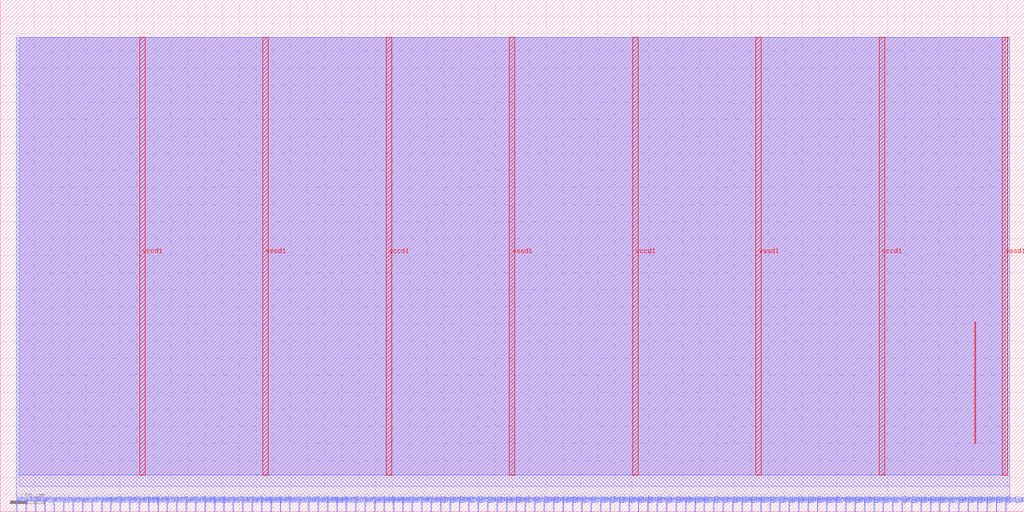
<source format=lef>
VERSION 5.7 ;
  NOWIREEXTENSIONATPIN ON ;
  DIVIDERCHAR "/" ;
  BUSBITCHARS "[]" ;
MACRO wishbone_nn
  CLASS BLOCK ;
  FOREIGN wishbone_nn ;
  ORIGIN 0.000 0.000 ;
  SIZE 300.000 BY 150.000 ;
  PIN vccd1
    DIRECTION INOUT ;
    USE POWER ;
    PORT
      LAYER met4 ;
        RECT 40.830 10.640 42.430 138.960 ;
    END
    PORT
      LAYER met4 ;
        RECT 113.050 10.640 114.650 138.960 ;
    END
    PORT
      LAYER met4 ;
        RECT 185.270 10.640 186.870 138.960 ;
    END
    PORT
      LAYER met4 ;
        RECT 257.490 10.640 259.090 138.960 ;
    END
  END vccd1
  PIN vssd1
    DIRECTION INOUT ;
    USE GROUND ;
    PORT
      LAYER met4 ;
        RECT 76.940 10.640 78.540 138.960 ;
    END
    PORT
      LAYER met4 ;
        RECT 149.160 10.640 150.760 138.960 ;
    END
    PORT
      LAYER met4 ;
        RECT 221.380 10.640 222.980 138.960 ;
    END
    PORT
      LAYER met4 ;
        RECT 293.600 10.640 295.200 138.960 ;
    END
  END vssd1
  PIN wb_clk_i
    DIRECTION INPUT ;
    USE SIGNAL ;
    ANTENNAGATEAREA 0.852000 ;
    PORT
      LAYER met2 ;
        RECT 4.690 0.000 4.970 4.000 ;
    END
  END wb_clk_i
  PIN wb_rst_i
    DIRECTION INPUT ;
    USE SIGNAL ;
    ANTENNAGATEAREA 0.213000 ;
    PORT
      LAYER met2 ;
        RECT 7.450 0.000 7.730 4.000 ;
    END
  END wb_rst_i
  PIN wbs_ack_o
    DIRECTION OUTPUT TRISTATE ;
    USE SIGNAL ;
    ANTENNADIFFAREA 2.673000 ;
    PORT
      LAYER met2 ;
        RECT 10.210 0.000 10.490 4.000 ;
    END
  END wbs_ack_o
  PIN wbs_adr_i[0]
    DIRECTION INPUT ;
    USE SIGNAL ;
    ANTENNAGATEAREA 0.196500 ;
    PORT
      LAYER met2 ;
        RECT 21.250 0.000 21.530 4.000 ;
    END
  END wbs_adr_i[0]
  PIN wbs_adr_i[10]
    DIRECTION INPUT ;
    USE SIGNAL ;
    ANTENNAGATEAREA 0.196500 ;
    PORT
      LAYER met2 ;
        RECT 115.090 0.000 115.370 4.000 ;
    END
  END wbs_adr_i[10]
  PIN wbs_adr_i[11]
    DIRECTION INPUT ;
    USE SIGNAL ;
    ANTENNAGATEAREA 0.196500 ;
    PORT
      LAYER met2 ;
        RECT 123.370 0.000 123.650 4.000 ;
    END
  END wbs_adr_i[11]
  PIN wbs_adr_i[12]
    DIRECTION INPUT ;
    USE SIGNAL ;
    ANTENNAGATEAREA 0.196500 ;
    PORT
      LAYER met2 ;
        RECT 131.650 0.000 131.930 4.000 ;
    END
  END wbs_adr_i[12]
  PIN wbs_adr_i[13]
    DIRECTION INPUT ;
    USE SIGNAL ;
    ANTENNAGATEAREA 0.196500 ;
    PORT
      LAYER met2 ;
        RECT 139.930 0.000 140.210 4.000 ;
    END
  END wbs_adr_i[13]
  PIN wbs_adr_i[14]
    DIRECTION INPUT ;
    USE SIGNAL ;
    ANTENNAGATEAREA 0.196500 ;
    PORT
      LAYER met2 ;
        RECT 148.210 0.000 148.490 4.000 ;
    END
  END wbs_adr_i[14]
  PIN wbs_adr_i[15]
    DIRECTION INPUT ;
    USE SIGNAL ;
    ANTENNAGATEAREA 0.196500 ;
    PORT
      LAYER met2 ;
        RECT 156.490 0.000 156.770 4.000 ;
    END
  END wbs_adr_i[15]
  PIN wbs_adr_i[16]
    DIRECTION INPUT ;
    USE SIGNAL ;
    ANTENNAGATEAREA 0.196500 ;
    PORT
      LAYER met2 ;
        RECT 164.770 0.000 165.050 4.000 ;
    END
  END wbs_adr_i[16]
  PIN wbs_adr_i[17]
    DIRECTION INPUT ;
    USE SIGNAL ;
    ANTENNAGATEAREA 0.196500 ;
    PORT
      LAYER met2 ;
        RECT 173.050 0.000 173.330 4.000 ;
    END
  END wbs_adr_i[17]
  PIN wbs_adr_i[18]
    DIRECTION INPUT ;
    USE SIGNAL ;
    ANTENNAGATEAREA 0.196500 ;
    PORT
      LAYER met2 ;
        RECT 181.330 0.000 181.610 4.000 ;
    END
  END wbs_adr_i[18]
  PIN wbs_adr_i[19]
    DIRECTION INPUT ;
    USE SIGNAL ;
    ANTENNAGATEAREA 0.196500 ;
    PORT
      LAYER met2 ;
        RECT 189.610 0.000 189.890 4.000 ;
    END
  END wbs_adr_i[19]
  PIN wbs_adr_i[1]
    DIRECTION INPUT ;
    USE SIGNAL ;
    ANTENNAGATEAREA 0.196500 ;
    PORT
      LAYER met2 ;
        RECT 32.290 0.000 32.570 4.000 ;
    END
  END wbs_adr_i[1]
  PIN wbs_adr_i[20]
    DIRECTION INPUT ;
    USE SIGNAL ;
    ANTENNAGATEAREA 0.196500 ;
    PORT
      LAYER met2 ;
        RECT 197.890 0.000 198.170 4.000 ;
    END
  END wbs_adr_i[20]
  PIN wbs_adr_i[21]
    DIRECTION INPUT ;
    USE SIGNAL ;
    ANTENNAGATEAREA 0.196500 ;
    PORT
      LAYER met2 ;
        RECT 206.170 0.000 206.450 4.000 ;
    END
  END wbs_adr_i[21]
  PIN wbs_adr_i[22]
    DIRECTION INPUT ;
    USE SIGNAL ;
    ANTENNAGATEAREA 0.196500 ;
    PORT
      LAYER met2 ;
        RECT 214.450 0.000 214.730 4.000 ;
    END
  END wbs_adr_i[22]
  PIN wbs_adr_i[23]
    DIRECTION INPUT ;
    USE SIGNAL ;
    ANTENNAGATEAREA 0.196500 ;
    PORT
      LAYER met2 ;
        RECT 222.730 0.000 223.010 4.000 ;
    END
  END wbs_adr_i[23]
  PIN wbs_adr_i[24]
    DIRECTION INPUT ;
    USE SIGNAL ;
    ANTENNAGATEAREA 0.196500 ;
    PORT
      LAYER met2 ;
        RECT 231.010 0.000 231.290 4.000 ;
    END
  END wbs_adr_i[24]
  PIN wbs_adr_i[25]
    DIRECTION INPUT ;
    USE SIGNAL ;
    ANTENNAGATEAREA 0.196500 ;
    PORT
      LAYER met2 ;
        RECT 239.290 0.000 239.570 4.000 ;
    END
  END wbs_adr_i[25]
  PIN wbs_adr_i[26]
    DIRECTION INPUT ;
    USE SIGNAL ;
    ANTENNAGATEAREA 0.196500 ;
    PORT
      LAYER met2 ;
        RECT 247.570 0.000 247.850 4.000 ;
    END
  END wbs_adr_i[26]
  PIN wbs_adr_i[27]
    DIRECTION INPUT ;
    USE SIGNAL ;
    ANTENNAGATEAREA 0.196500 ;
    PORT
      LAYER met2 ;
        RECT 255.850 0.000 256.130 4.000 ;
    END
  END wbs_adr_i[27]
  PIN wbs_adr_i[28]
    DIRECTION INPUT ;
    USE SIGNAL ;
    ANTENNAGATEAREA 0.196500 ;
    PORT
      LAYER met2 ;
        RECT 264.130 0.000 264.410 4.000 ;
    END
  END wbs_adr_i[28]
  PIN wbs_adr_i[29]
    DIRECTION INPUT ;
    USE SIGNAL ;
    ANTENNAGATEAREA 0.196500 ;
    PORT
      LAYER met2 ;
        RECT 272.410 0.000 272.690 4.000 ;
    END
  END wbs_adr_i[29]
  PIN wbs_adr_i[2]
    DIRECTION INPUT ;
    USE SIGNAL ;
    ANTENNAGATEAREA 0.196500 ;
    PORT
      LAYER met2 ;
        RECT 43.330 0.000 43.610 4.000 ;
    END
  END wbs_adr_i[2]
  PIN wbs_adr_i[30]
    DIRECTION INPUT ;
    USE SIGNAL ;
    ANTENNAGATEAREA 0.196500 ;
    PORT
      LAYER met2 ;
        RECT 280.690 0.000 280.970 4.000 ;
    END
  END wbs_adr_i[30]
  PIN wbs_adr_i[31]
    DIRECTION INPUT ;
    USE SIGNAL ;
    ANTENNAGATEAREA 0.196500 ;
    PORT
      LAYER met2 ;
        RECT 288.970 0.000 289.250 4.000 ;
    END
  END wbs_adr_i[31]
  PIN wbs_adr_i[3]
    DIRECTION INPUT ;
    USE SIGNAL ;
    ANTENNAGATEAREA 0.196500 ;
    PORT
      LAYER met2 ;
        RECT 54.370 0.000 54.650 4.000 ;
    END
  END wbs_adr_i[3]
  PIN wbs_adr_i[4]
    DIRECTION INPUT ;
    USE SIGNAL ;
    ANTENNAGATEAREA 0.196500 ;
    PORT
      LAYER met2 ;
        RECT 65.410 0.000 65.690 4.000 ;
    END
  END wbs_adr_i[4]
  PIN wbs_adr_i[5]
    DIRECTION INPUT ;
    USE SIGNAL ;
    ANTENNAGATEAREA 0.196500 ;
    PORT
      LAYER met2 ;
        RECT 73.690 0.000 73.970 4.000 ;
    END
  END wbs_adr_i[5]
  PIN wbs_adr_i[6]
    DIRECTION INPUT ;
    USE SIGNAL ;
    ANTENNAGATEAREA 0.196500 ;
    PORT
      LAYER met2 ;
        RECT 81.970 0.000 82.250 4.000 ;
    END
  END wbs_adr_i[6]
  PIN wbs_adr_i[7]
    DIRECTION INPUT ;
    USE SIGNAL ;
    ANTENNAGATEAREA 0.196500 ;
    PORT
      LAYER met2 ;
        RECT 90.250 0.000 90.530 4.000 ;
    END
  END wbs_adr_i[7]
  PIN wbs_adr_i[8]
    DIRECTION INPUT ;
    USE SIGNAL ;
    ANTENNAGATEAREA 0.196500 ;
    PORT
      LAYER met2 ;
        RECT 98.530 0.000 98.810 4.000 ;
    END
  END wbs_adr_i[8]
  PIN wbs_adr_i[9]
    DIRECTION INPUT ;
    USE SIGNAL ;
    ANTENNAGATEAREA 0.196500 ;
    PORT
      LAYER met2 ;
        RECT 106.810 0.000 107.090 4.000 ;
    END
  END wbs_adr_i[9]
  PIN wbs_cyc_i
    DIRECTION INPUT ;
    USE SIGNAL ;
    ANTENNAGATEAREA 0.196500 ;
    PORT
      LAYER met2 ;
        RECT 12.970 0.000 13.250 4.000 ;
    END
  END wbs_cyc_i
  PIN wbs_dat_i[0]
    DIRECTION INPUT ;
    USE SIGNAL ;
    ANTENNAGATEAREA 0.126000 ;
    PORT
      LAYER met2 ;
        RECT 24.010 0.000 24.290 4.000 ;
    END
  END wbs_dat_i[0]
  PIN wbs_dat_i[10]
    DIRECTION INPUT ;
    USE SIGNAL ;
    ANTENNAGATEAREA 0.126000 ;
    PORT
      LAYER met2 ;
        RECT 117.850 0.000 118.130 4.000 ;
    END
  END wbs_dat_i[10]
  PIN wbs_dat_i[11]
    DIRECTION INPUT ;
    USE SIGNAL ;
    ANTENNAGATEAREA 0.126000 ;
    PORT
      LAYER met2 ;
        RECT 126.130 0.000 126.410 4.000 ;
    END
  END wbs_dat_i[11]
  PIN wbs_dat_i[12]
    DIRECTION INPUT ;
    USE SIGNAL ;
    ANTENNAGATEAREA 0.126000 ;
    PORT
      LAYER met2 ;
        RECT 134.410 0.000 134.690 4.000 ;
    END
  END wbs_dat_i[12]
  PIN wbs_dat_i[13]
    DIRECTION INPUT ;
    USE SIGNAL ;
    ANTENNAGATEAREA 0.126000 ;
    PORT
      LAYER met2 ;
        RECT 142.690 0.000 142.970 4.000 ;
    END
  END wbs_dat_i[13]
  PIN wbs_dat_i[14]
    DIRECTION INPUT ;
    USE SIGNAL ;
    ANTENNAGATEAREA 0.126000 ;
    PORT
      LAYER met2 ;
        RECT 150.970 0.000 151.250 4.000 ;
    END
  END wbs_dat_i[14]
  PIN wbs_dat_i[15]
    DIRECTION INPUT ;
    USE SIGNAL ;
    ANTENNAGATEAREA 0.126000 ;
    PORT
      LAYER met2 ;
        RECT 159.250 0.000 159.530 4.000 ;
    END
  END wbs_dat_i[15]
  PIN wbs_dat_i[16]
    DIRECTION INPUT ;
    USE SIGNAL ;
    ANTENNAGATEAREA 0.126000 ;
    PORT
      LAYER met2 ;
        RECT 167.530 0.000 167.810 4.000 ;
    END
  END wbs_dat_i[16]
  PIN wbs_dat_i[17]
    DIRECTION INPUT ;
    USE SIGNAL ;
    ANTENNAGATEAREA 0.126000 ;
    PORT
      LAYER met2 ;
        RECT 175.810 0.000 176.090 4.000 ;
    END
  END wbs_dat_i[17]
  PIN wbs_dat_i[18]
    DIRECTION INPUT ;
    USE SIGNAL ;
    ANTENNAGATEAREA 0.126000 ;
    PORT
      LAYER met2 ;
        RECT 184.090 0.000 184.370 4.000 ;
    END
  END wbs_dat_i[18]
  PIN wbs_dat_i[19]
    DIRECTION INPUT ;
    USE SIGNAL ;
    ANTENNAGATEAREA 0.126000 ;
    PORT
      LAYER met2 ;
        RECT 192.370 0.000 192.650 4.000 ;
    END
  END wbs_dat_i[19]
  PIN wbs_dat_i[1]
    DIRECTION INPUT ;
    USE SIGNAL ;
    ANTENNAGATEAREA 0.126000 ;
    PORT
      LAYER met2 ;
        RECT 35.050 0.000 35.330 4.000 ;
    END
  END wbs_dat_i[1]
  PIN wbs_dat_i[20]
    DIRECTION INPUT ;
    USE SIGNAL ;
    ANTENNAGATEAREA 0.126000 ;
    PORT
      LAYER met2 ;
        RECT 200.650 0.000 200.930 4.000 ;
    END
  END wbs_dat_i[20]
  PIN wbs_dat_i[21]
    DIRECTION INPUT ;
    USE SIGNAL ;
    ANTENNAGATEAREA 0.126000 ;
    PORT
      LAYER met2 ;
        RECT 208.930 0.000 209.210 4.000 ;
    END
  END wbs_dat_i[21]
  PIN wbs_dat_i[22]
    DIRECTION INPUT ;
    USE SIGNAL ;
    ANTENNAGATEAREA 0.126000 ;
    PORT
      LAYER met2 ;
        RECT 217.210 0.000 217.490 4.000 ;
    END
  END wbs_dat_i[22]
  PIN wbs_dat_i[23]
    DIRECTION INPUT ;
    USE SIGNAL ;
    ANTENNAGATEAREA 0.126000 ;
    PORT
      LAYER met2 ;
        RECT 225.490 0.000 225.770 4.000 ;
    END
  END wbs_dat_i[23]
  PIN wbs_dat_i[24]
    DIRECTION INPUT ;
    USE SIGNAL ;
    ANTENNAGATEAREA 0.126000 ;
    PORT
      LAYER met2 ;
        RECT 233.770 0.000 234.050 4.000 ;
    END
  END wbs_dat_i[24]
  PIN wbs_dat_i[25]
    DIRECTION INPUT ;
    USE SIGNAL ;
    ANTENNAGATEAREA 0.126000 ;
    PORT
      LAYER met2 ;
        RECT 242.050 0.000 242.330 4.000 ;
    END
  END wbs_dat_i[25]
  PIN wbs_dat_i[26]
    DIRECTION INPUT ;
    USE SIGNAL ;
    ANTENNAGATEAREA 0.126000 ;
    PORT
      LAYER met2 ;
        RECT 250.330 0.000 250.610 4.000 ;
    END
  END wbs_dat_i[26]
  PIN wbs_dat_i[27]
    DIRECTION INPUT ;
    USE SIGNAL ;
    ANTENNAGATEAREA 0.126000 ;
    PORT
      LAYER met2 ;
        RECT 258.610 0.000 258.890 4.000 ;
    END
  END wbs_dat_i[27]
  PIN wbs_dat_i[28]
    DIRECTION INPUT ;
    USE SIGNAL ;
    ANTENNAGATEAREA 0.126000 ;
    PORT
      LAYER met2 ;
        RECT 266.890 0.000 267.170 4.000 ;
    END
  END wbs_dat_i[28]
  PIN wbs_dat_i[29]
    DIRECTION INPUT ;
    USE SIGNAL ;
    ANTENNAGATEAREA 0.126000 ;
    PORT
      LAYER met2 ;
        RECT 275.170 0.000 275.450 4.000 ;
    END
  END wbs_dat_i[29]
  PIN wbs_dat_i[2]
    DIRECTION INPUT ;
    USE SIGNAL ;
    ANTENNAGATEAREA 0.126000 ;
    PORT
      LAYER met2 ;
        RECT 46.090 0.000 46.370 4.000 ;
    END
  END wbs_dat_i[2]
  PIN wbs_dat_i[30]
    DIRECTION INPUT ;
    USE SIGNAL ;
    ANTENNAGATEAREA 0.126000 ;
    PORT
      LAYER met2 ;
        RECT 283.450 0.000 283.730 4.000 ;
    END
  END wbs_dat_i[30]
  PIN wbs_dat_i[31]
    DIRECTION INPUT ;
    USE SIGNAL ;
    ANTENNAGATEAREA 0.126000 ;
    ANTENNADIFFAREA 0.434700 ;
    PORT
      LAYER met2 ;
        RECT 291.730 0.000 292.010 4.000 ;
    END
  END wbs_dat_i[31]
  PIN wbs_dat_i[3]
    DIRECTION INPUT ;
    USE SIGNAL ;
    ANTENNAGATEAREA 0.126000 ;
    PORT
      LAYER met2 ;
        RECT 57.130 0.000 57.410 4.000 ;
    END
  END wbs_dat_i[3]
  PIN wbs_dat_i[4]
    DIRECTION INPUT ;
    USE SIGNAL ;
    ANTENNAGATEAREA 0.126000 ;
    PORT
      LAYER met2 ;
        RECT 68.170 0.000 68.450 4.000 ;
    END
  END wbs_dat_i[4]
  PIN wbs_dat_i[5]
    DIRECTION INPUT ;
    USE SIGNAL ;
    ANTENNAGATEAREA 0.126000 ;
    PORT
      LAYER met2 ;
        RECT 76.450 0.000 76.730 4.000 ;
    END
  END wbs_dat_i[5]
  PIN wbs_dat_i[6]
    DIRECTION INPUT ;
    USE SIGNAL ;
    ANTENNAGATEAREA 0.126000 ;
    PORT
      LAYER met2 ;
        RECT 84.730 0.000 85.010 4.000 ;
    END
  END wbs_dat_i[6]
  PIN wbs_dat_i[7]
    DIRECTION INPUT ;
    USE SIGNAL ;
    ANTENNAGATEAREA 0.126000 ;
    PORT
      LAYER met2 ;
        RECT 93.010 0.000 93.290 4.000 ;
    END
  END wbs_dat_i[7]
  PIN wbs_dat_i[8]
    DIRECTION INPUT ;
    USE SIGNAL ;
    ANTENNAGATEAREA 0.126000 ;
    PORT
      LAYER met2 ;
        RECT 101.290 0.000 101.570 4.000 ;
    END
  END wbs_dat_i[8]
  PIN wbs_dat_i[9]
    DIRECTION INPUT ;
    USE SIGNAL ;
    ANTENNAGATEAREA 0.126000 ;
    PORT
      LAYER met2 ;
        RECT 109.570 0.000 109.850 4.000 ;
    END
  END wbs_dat_i[9]
  PIN wbs_dat_o[0]
    DIRECTION OUTPUT TRISTATE ;
    USE SIGNAL ;
    ANTENNADIFFAREA 2.673000 ;
    PORT
      LAYER met2 ;
        RECT 26.770 0.000 27.050 4.000 ;
    END
  END wbs_dat_o[0]
  PIN wbs_dat_o[10]
    DIRECTION OUTPUT TRISTATE ;
    USE SIGNAL ;
    ANTENNADIFFAREA 2.673000 ;
    PORT
      LAYER met2 ;
        RECT 120.610 0.000 120.890 4.000 ;
    END
  END wbs_dat_o[10]
  PIN wbs_dat_o[11]
    DIRECTION OUTPUT TRISTATE ;
    USE SIGNAL ;
    ANTENNADIFFAREA 2.673000 ;
    PORT
      LAYER met2 ;
        RECT 128.890 0.000 129.170 4.000 ;
    END
  END wbs_dat_o[11]
  PIN wbs_dat_o[12]
    DIRECTION OUTPUT TRISTATE ;
    USE SIGNAL ;
    ANTENNADIFFAREA 2.673000 ;
    PORT
      LAYER met2 ;
        RECT 137.170 0.000 137.450 4.000 ;
    END
  END wbs_dat_o[12]
  PIN wbs_dat_o[13]
    DIRECTION OUTPUT TRISTATE ;
    USE SIGNAL ;
    ANTENNADIFFAREA 2.673000 ;
    PORT
      LAYER met2 ;
        RECT 145.450 0.000 145.730 4.000 ;
    END
  END wbs_dat_o[13]
  PIN wbs_dat_o[14]
    DIRECTION OUTPUT TRISTATE ;
    USE SIGNAL ;
    ANTENNADIFFAREA 2.673000 ;
    PORT
      LAYER met2 ;
        RECT 153.730 0.000 154.010 4.000 ;
    END
  END wbs_dat_o[14]
  PIN wbs_dat_o[15]
    DIRECTION OUTPUT TRISTATE ;
    USE SIGNAL ;
    ANTENNADIFFAREA 2.673000 ;
    PORT
      LAYER met2 ;
        RECT 162.010 0.000 162.290 4.000 ;
    END
  END wbs_dat_o[15]
  PIN wbs_dat_o[16]
    DIRECTION OUTPUT TRISTATE ;
    USE SIGNAL ;
    ANTENNADIFFAREA 2.673000 ;
    PORT
      LAYER met2 ;
        RECT 170.290 0.000 170.570 4.000 ;
    END
  END wbs_dat_o[16]
  PIN wbs_dat_o[17]
    DIRECTION OUTPUT TRISTATE ;
    USE SIGNAL ;
    ANTENNADIFFAREA 2.673000 ;
    PORT
      LAYER met2 ;
        RECT 178.570 0.000 178.850 4.000 ;
    END
  END wbs_dat_o[17]
  PIN wbs_dat_o[18]
    DIRECTION OUTPUT TRISTATE ;
    USE SIGNAL ;
    ANTENNADIFFAREA 2.673000 ;
    PORT
      LAYER met2 ;
        RECT 186.850 0.000 187.130 4.000 ;
    END
  END wbs_dat_o[18]
  PIN wbs_dat_o[19]
    DIRECTION OUTPUT TRISTATE ;
    USE SIGNAL ;
    ANTENNADIFFAREA 2.673000 ;
    PORT
      LAYER met2 ;
        RECT 195.130 0.000 195.410 4.000 ;
    END
  END wbs_dat_o[19]
  PIN wbs_dat_o[1]
    DIRECTION OUTPUT TRISTATE ;
    USE SIGNAL ;
    ANTENNADIFFAREA 2.673000 ;
    PORT
      LAYER met2 ;
        RECT 37.810 0.000 38.090 4.000 ;
    END
  END wbs_dat_o[1]
  PIN wbs_dat_o[20]
    DIRECTION OUTPUT TRISTATE ;
    USE SIGNAL ;
    ANTENNADIFFAREA 2.673000 ;
    PORT
      LAYER met2 ;
        RECT 203.410 0.000 203.690 4.000 ;
    END
  END wbs_dat_o[20]
  PIN wbs_dat_o[21]
    DIRECTION OUTPUT TRISTATE ;
    USE SIGNAL ;
    ANTENNADIFFAREA 2.673000 ;
    PORT
      LAYER met2 ;
        RECT 211.690 0.000 211.970 4.000 ;
    END
  END wbs_dat_o[21]
  PIN wbs_dat_o[22]
    DIRECTION OUTPUT TRISTATE ;
    USE SIGNAL ;
    ANTENNADIFFAREA 2.673000 ;
    PORT
      LAYER met2 ;
        RECT 219.970 0.000 220.250 4.000 ;
    END
  END wbs_dat_o[22]
  PIN wbs_dat_o[23]
    DIRECTION OUTPUT TRISTATE ;
    USE SIGNAL ;
    ANTENNADIFFAREA 2.673000 ;
    PORT
      LAYER met2 ;
        RECT 228.250 0.000 228.530 4.000 ;
    END
  END wbs_dat_o[23]
  PIN wbs_dat_o[24]
    DIRECTION OUTPUT TRISTATE ;
    USE SIGNAL ;
    ANTENNADIFFAREA 2.673000 ;
    PORT
      LAYER met2 ;
        RECT 236.530 0.000 236.810 4.000 ;
    END
  END wbs_dat_o[24]
  PIN wbs_dat_o[25]
    DIRECTION OUTPUT TRISTATE ;
    USE SIGNAL ;
    ANTENNADIFFAREA 2.673000 ;
    PORT
      LAYER met2 ;
        RECT 244.810 0.000 245.090 4.000 ;
    END
  END wbs_dat_o[25]
  PIN wbs_dat_o[26]
    DIRECTION OUTPUT TRISTATE ;
    USE SIGNAL ;
    ANTENNADIFFAREA 2.673000 ;
    PORT
      LAYER met2 ;
        RECT 253.090 0.000 253.370 4.000 ;
    END
  END wbs_dat_o[26]
  PIN wbs_dat_o[27]
    DIRECTION OUTPUT TRISTATE ;
    USE SIGNAL ;
    ANTENNADIFFAREA 2.673000 ;
    PORT
      LAYER met2 ;
        RECT 261.370 0.000 261.650 4.000 ;
    END
  END wbs_dat_o[27]
  PIN wbs_dat_o[28]
    DIRECTION OUTPUT TRISTATE ;
    USE SIGNAL ;
    ANTENNADIFFAREA 2.673000 ;
    PORT
      LAYER met2 ;
        RECT 269.650 0.000 269.930 4.000 ;
    END
  END wbs_dat_o[28]
  PIN wbs_dat_o[29]
    DIRECTION OUTPUT TRISTATE ;
    USE SIGNAL ;
    ANTENNADIFFAREA 2.673000 ;
    PORT
      LAYER met2 ;
        RECT 277.930 0.000 278.210 4.000 ;
    END
  END wbs_dat_o[29]
  PIN wbs_dat_o[2]
    DIRECTION OUTPUT TRISTATE ;
    USE SIGNAL ;
    ANTENNADIFFAREA 2.673000 ;
    PORT
      LAYER met2 ;
        RECT 48.850 0.000 49.130 4.000 ;
    END
  END wbs_dat_o[2]
  PIN wbs_dat_o[30]
    DIRECTION OUTPUT TRISTATE ;
    USE SIGNAL ;
    ANTENNADIFFAREA 2.673000 ;
    PORT
      LAYER met2 ;
        RECT 286.210 0.000 286.490 4.000 ;
    END
  END wbs_dat_o[30]
  PIN wbs_dat_o[31]
    DIRECTION OUTPUT TRISTATE ;
    USE SIGNAL ;
    ANTENNADIFFAREA 2.673000 ;
    PORT
      LAYER met2 ;
        RECT 294.490 0.000 294.770 4.000 ;
    END
  END wbs_dat_o[31]
  PIN wbs_dat_o[3]
    DIRECTION OUTPUT TRISTATE ;
    USE SIGNAL ;
    ANTENNADIFFAREA 2.673000 ;
    PORT
      LAYER met2 ;
        RECT 59.890 0.000 60.170 4.000 ;
    END
  END wbs_dat_o[3]
  PIN wbs_dat_o[4]
    DIRECTION OUTPUT TRISTATE ;
    USE SIGNAL ;
    ANTENNADIFFAREA 2.673000 ;
    PORT
      LAYER met2 ;
        RECT 70.930 0.000 71.210 4.000 ;
    END
  END wbs_dat_o[4]
  PIN wbs_dat_o[5]
    DIRECTION OUTPUT TRISTATE ;
    USE SIGNAL ;
    ANTENNADIFFAREA 2.673000 ;
    PORT
      LAYER met2 ;
        RECT 79.210 0.000 79.490 4.000 ;
    END
  END wbs_dat_o[5]
  PIN wbs_dat_o[6]
    DIRECTION OUTPUT TRISTATE ;
    USE SIGNAL ;
    ANTENNADIFFAREA 2.673000 ;
    PORT
      LAYER met2 ;
        RECT 87.490 0.000 87.770 4.000 ;
    END
  END wbs_dat_o[6]
  PIN wbs_dat_o[7]
    DIRECTION OUTPUT TRISTATE ;
    USE SIGNAL ;
    ANTENNADIFFAREA 2.673000 ;
    PORT
      LAYER met2 ;
        RECT 95.770 0.000 96.050 4.000 ;
    END
  END wbs_dat_o[7]
  PIN wbs_dat_o[8]
    DIRECTION OUTPUT TRISTATE ;
    USE SIGNAL ;
    ANTENNADIFFAREA 2.673000 ;
    PORT
      LAYER met2 ;
        RECT 104.050 0.000 104.330 4.000 ;
    END
  END wbs_dat_o[8]
  PIN wbs_dat_o[9]
    DIRECTION OUTPUT TRISTATE ;
    USE SIGNAL ;
    ANTENNADIFFAREA 2.673000 ;
    PORT
      LAYER met2 ;
        RECT 112.330 0.000 112.610 4.000 ;
    END
  END wbs_dat_o[9]
  PIN wbs_sel_i[0]
    DIRECTION INPUT ;
    USE SIGNAL ;
    PORT
      LAYER met2 ;
        RECT 29.530 0.000 29.810 4.000 ;
    END
  END wbs_sel_i[0]
  PIN wbs_sel_i[1]
    DIRECTION INPUT ;
    USE SIGNAL ;
    PORT
      LAYER met2 ;
        RECT 40.570 0.000 40.850 4.000 ;
    END
  END wbs_sel_i[1]
  PIN wbs_sel_i[2]
    DIRECTION INPUT ;
    USE SIGNAL ;
    PORT
      LAYER met2 ;
        RECT 51.610 0.000 51.890 4.000 ;
    END
  END wbs_sel_i[2]
  PIN wbs_sel_i[3]
    DIRECTION INPUT ;
    USE SIGNAL ;
    PORT
      LAYER met2 ;
        RECT 62.650 0.000 62.930 4.000 ;
    END
  END wbs_sel_i[3]
  PIN wbs_stb_i
    DIRECTION INPUT ;
    USE SIGNAL ;
    ANTENNAGATEAREA 0.126000 ;
    PORT
      LAYER met2 ;
        RECT 15.730 0.000 16.010 4.000 ;
    END
  END wbs_stb_i
  PIN wbs_we_i
    DIRECTION INPUT ;
    USE SIGNAL ;
    ANTENNAGATEAREA 0.196500 ;
    PORT
      LAYER met2 ;
        RECT 18.490 0.000 18.770 4.000 ;
    END
  END wbs_we_i
  OBS
      LAYER li1 ;
        RECT 5.520 10.795 294.400 138.805 ;
      LAYER met1 ;
        RECT 5.520 7.520 295.710 138.960 ;
      LAYER met2 ;
        RECT 4.690 4.280 295.680 138.905 ;
        RECT 5.250 3.670 7.170 4.280 ;
        RECT 8.010 3.670 9.930 4.280 ;
        RECT 10.770 3.670 12.690 4.280 ;
        RECT 13.530 3.670 15.450 4.280 ;
        RECT 16.290 3.670 18.210 4.280 ;
        RECT 19.050 3.670 20.970 4.280 ;
        RECT 21.810 3.670 23.730 4.280 ;
        RECT 24.570 3.670 26.490 4.280 ;
        RECT 27.330 3.670 29.250 4.280 ;
        RECT 30.090 3.670 32.010 4.280 ;
        RECT 32.850 3.670 34.770 4.280 ;
        RECT 35.610 3.670 37.530 4.280 ;
        RECT 38.370 3.670 40.290 4.280 ;
        RECT 41.130 3.670 43.050 4.280 ;
        RECT 43.890 3.670 45.810 4.280 ;
        RECT 46.650 3.670 48.570 4.280 ;
        RECT 49.410 3.670 51.330 4.280 ;
        RECT 52.170 3.670 54.090 4.280 ;
        RECT 54.930 3.670 56.850 4.280 ;
        RECT 57.690 3.670 59.610 4.280 ;
        RECT 60.450 3.670 62.370 4.280 ;
        RECT 63.210 3.670 65.130 4.280 ;
        RECT 65.970 3.670 67.890 4.280 ;
        RECT 68.730 3.670 70.650 4.280 ;
        RECT 71.490 3.670 73.410 4.280 ;
        RECT 74.250 3.670 76.170 4.280 ;
        RECT 77.010 3.670 78.930 4.280 ;
        RECT 79.770 3.670 81.690 4.280 ;
        RECT 82.530 3.670 84.450 4.280 ;
        RECT 85.290 3.670 87.210 4.280 ;
        RECT 88.050 3.670 89.970 4.280 ;
        RECT 90.810 3.670 92.730 4.280 ;
        RECT 93.570 3.670 95.490 4.280 ;
        RECT 96.330 3.670 98.250 4.280 ;
        RECT 99.090 3.670 101.010 4.280 ;
        RECT 101.850 3.670 103.770 4.280 ;
        RECT 104.610 3.670 106.530 4.280 ;
        RECT 107.370 3.670 109.290 4.280 ;
        RECT 110.130 3.670 112.050 4.280 ;
        RECT 112.890 3.670 114.810 4.280 ;
        RECT 115.650 3.670 117.570 4.280 ;
        RECT 118.410 3.670 120.330 4.280 ;
        RECT 121.170 3.670 123.090 4.280 ;
        RECT 123.930 3.670 125.850 4.280 ;
        RECT 126.690 3.670 128.610 4.280 ;
        RECT 129.450 3.670 131.370 4.280 ;
        RECT 132.210 3.670 134.130 4.280 ;
        RECT 134.970 3.670 136.890 4.280 ;
        RECT 137.730 3.670 139.650 4.280 ;
        RECT 140.490 3.670 142.410 4.280 ;
        RECT 143.250 3.670 145.170 4.280 ;
        RECT 146.010 3.670 147.930 4.280 ;
        RECT 148.770 3.670 150.690 4.280 ;
        RECT 151.530 3.670 153.450 4.280 ;
        RECT 154.290 3.670 156.210 4.280 ;
        RECT 157.050 3.670 158.970 4.280 ;
        RECT 159.810 3.670 161.730 4.280 ;
        RECT 162.570 3.670 164.490 4.280 ;
        RECT 165.330 3.670 167.250 4.280 ;
        RECT 168.090 3.670 170.010 4.280 ;
        RECT 170.850 3.670 172.770 4.280 ;
        RECT 173.610 3.670 175.530 4.280 ;
        RECT 176.370 3.670 178.290 4.280 ;
        RECT 179.130 3.670 181.050 4.280 ;
        RECT 181.890 3.670 183.810 4.280 ;
        RECT 184.650 3.670 186.570 4.280 ;
        RECT 187.410 3.670 189.330 4.280 ;
        RECT 190.170 3.670 192.090 4.280 ;
        RECT 192.930 3.670 194.850 4.280 ;
        RECT 195.690 3.670 197.610 4.280 ;
        RECT 198.450 3.670 200.370 4.280 ;
        RECT 201.210 3.670 203.130 4.280 ;
        RECT 203.970 3.670 205.890 4.280 ;
        RECT 206.730 3.670 208.650 4.280 ;
        RECT 209.490 3.670 211.410 4.280 ;
        RECT 212.250 3.670 214.170 4.280 ;
        RECT 215.010 3.670 216.930 4.280 ;
        RECT 217.770 3.670 219.690 4.280 ;
        RECT 220.530 3.670 222.450 4.280 ;
        RECT 223.290 3.670 225.210 4.280 ;
        RECT 226.050 3.670 227.970 4.280 ;
        RECT 228.810 3.670 230.730 4.280 ;
        RECT 231.570 3.670 233.490 4.280 ;
        RECT 234.330 3.670 236.250 4.280 ;
        RECT 237.090 3.670 239.010 4.280 ;
        RECT 239.850 3.670 241.770 4.280 ;
        RECT 242.610 3.670 244.530 4.280 ;
        RECT 245.370 3.670 247.290 4.280 ;
        RECT 248.130 3.670 250.050 4.280 ;
        RECT 250.890 3.670 252.810 4.280 ;
        RECT 253.650 3.670 255.570 4.280 ;
        RECT 256.410 3.670 258.330 4.280 ;
        RECT 259.170 3.670 261.090 4.280 ;
        RECT 261.930 3.670 263.850 4.280 ;
        RECT 264.690 3.670 266.610 4.280 ;
        RECT 267.450 3.670 269.370 4.280 ;
        RECT 270.210 3.670 272.130 4.280 ;
        RECT 272.970 3.670 274.890 4.280 ;
        RECT 275.730 3.670 277.650 4.280 ;
        RECT 278.490 3.670 280.410 4.280 ;
        RECT 281.250 3.670 283.170 4.280 ;
        RECT 284.010 3.670 285.930 4.280 ;
        RECT 286.770 3.670 288.690 4.280 ;
        RECT 289.530 3.670 291.450 4.280 ;
        RECT 292.290 3.670 294.210 4.280 ;
        RECT 295.050 3.670 295.680 4.280 ;
      LAYER met3 ;
        RECT 4.665 10.715 295.190 138.885 ;
      LAYER met4 ;
        RECT 285.495 19.895 285.825 55.585 ;
  END
END wishbone_nn
END LIBRARY


</source>
